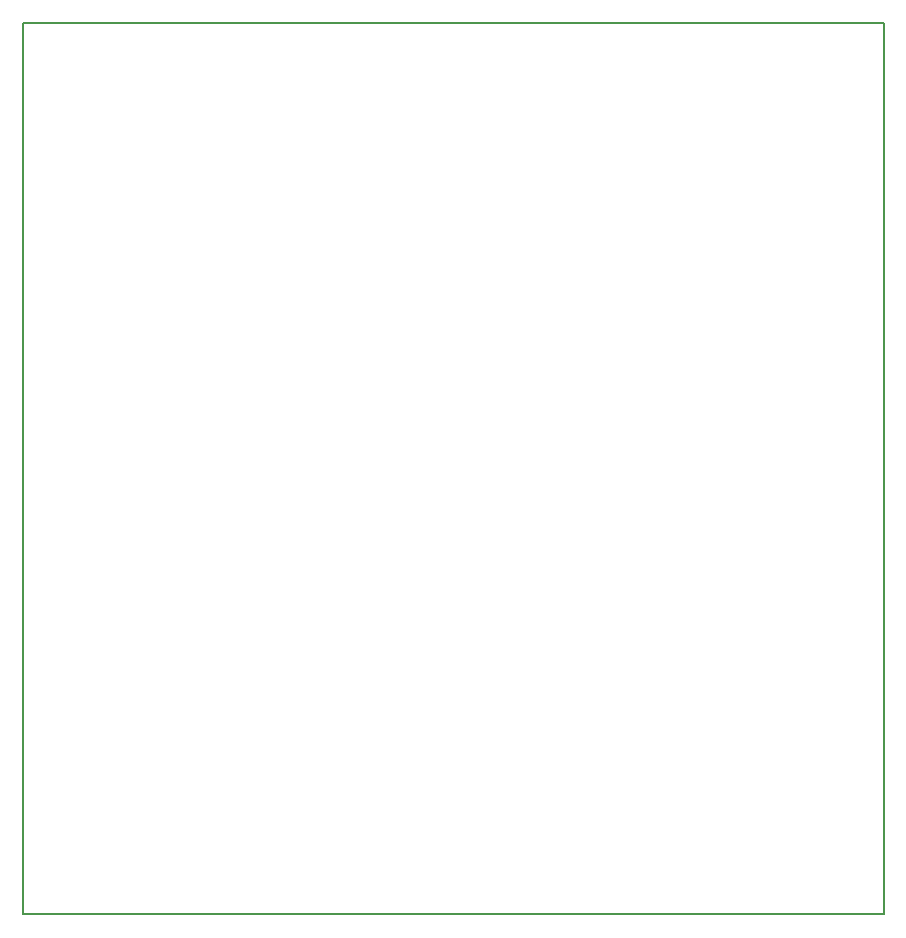
<source format=gm1>
G04 MADE WITH FRITZING*
G04 WWW.FRITZING.ORG*
G04 DOUBLE SIDED*
G04 HOLES PLATED*
G04 CONTOUR ON CENTER OF CONTOUR VECTOR*
%ASAXBY*%
%FSLAX23Y23*%
%MOIN*%
%OFA0B0*%
%SFA1.0B1.0*%
%ADD10R,2.878350X2.978310*%
%ADD11C,0.008000*%
%ADD10C,0.008*%
%LNCONTOUR*%
G90*
G70*
G54D10*
G54D11*
X4Y2974D02*
X2874Y2974D01*
X2874Y4D01*
X4Y4D01*
X4Y2974D01*
D02*
G04 End of contour*
M02*
</source>
